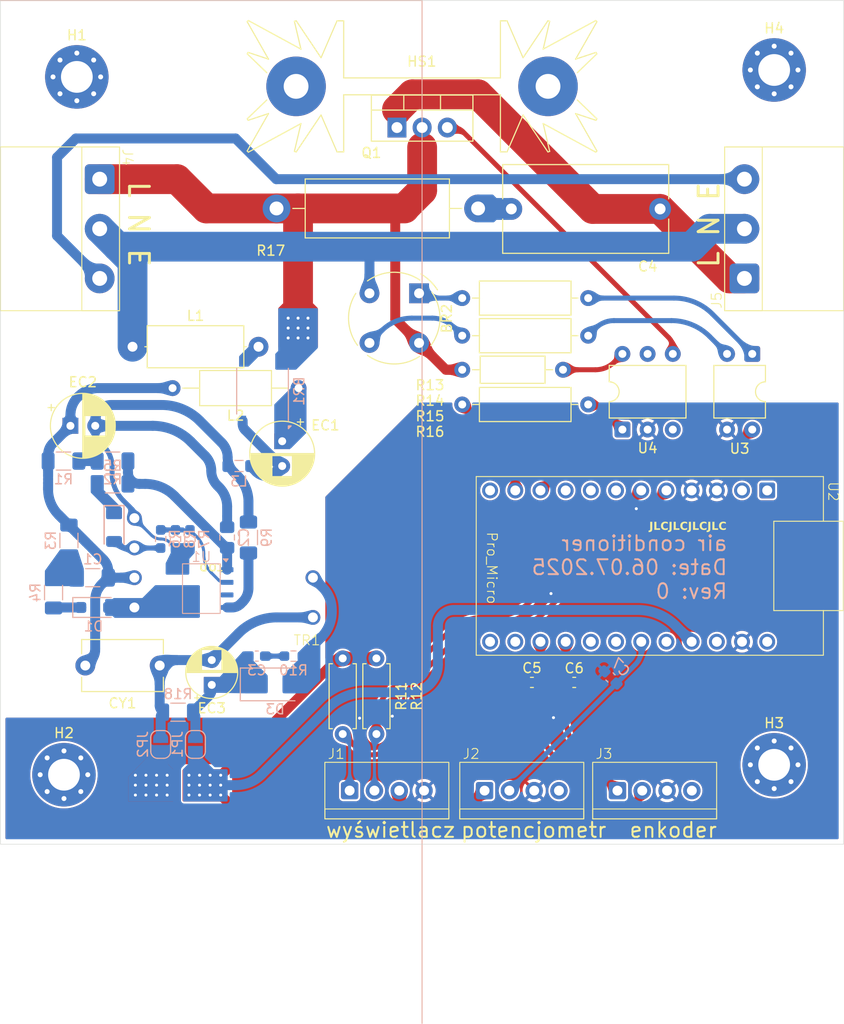
<source format=kicad_pcb>
(kicad_pcb (version 20241229) (generator "pcbnew") (generator_version "9.0")
  (title_block (title "air conditioner board") (date "2025-08-03") (rev "1.0"))
  (layers (0 "F.Cu" signal) (2 "B.Cu" signal) (13 "F.Paste" user) (15 "B.Paste" user) (5 "F.SilkS" user "F.Silkscreen") (7 "B.SilkS" user "B.Silkscreen") (1 "F.Mask" user) (3 "B.Mask" user) (25 "Edge.Cuts" user))
  (net 0 "")
  (net 1 "/power/TR1 prim2")
  (net 2 "Net-(U1-VDD)")
  (net 3 "GNDPWR")
  (net 4 "Net-(C3-Pad2)")
  (net 5 "+5V")
  (net 6 "Net-(C4-Pad1)")
  (net 7 "/output/sterowane wyjście")
  (net 8 "GND")
  (net 9 "/power/TR1 prim1")
  (net 10 "Net-(D1-K)")
  (net 11 "Net-(D2-Pad1)")
  (net 12 "/power/TR1 prim3")
  (net 13 "/power/TR1 sec1")
  (net 14 "NEUTRAL")
  (net 15 "~230VAC")
  (net 16 "/MCU/SDA")
  (net 17 "/MCU/SCL")
  (net 19 "/MCU/potencjometr")
  (net 21 "/MCU/enkoder B")
  (net 22 "/MCU/enkoder A")
  (net 23 "/output/protection")
  (net 24 "Net-(Q1-G)")
  (net 25 "Net-(R1-Pad2)")
  (net 26 "/power/FB")
  (net 27 "/power/CS")
  (net 28 "Net-(R13-Pad2)")
  (net 29 "Net-(R14-Pad2)")
  (net 30 "Net-(R15-Pad2)")
  (net 31 "/MCU/triac")
  (net 32 "Net-(R16-Pad1)")
  (net 35 "/MCU/sine sinq")
  (net 50 "Net-(BR1-+)")
  (net 51 "Net-(BR1--)")
  (net 52 "Net-(BR1-Pad3)")
  (net 53 "Net-(BR2--)")
  (net 54 "Net-(BR2-+)")
  (net 55 "Net-(C1-Pad2)")
  (net 56 "Net-(D3-K)")
  (net 57 "/power/TR1 sec2")
  (footprint "MountingHole:MountingHole_3.2mm_M3_Pad_Via" (layer "F.Cu") (at 56.4 128)
    (property "Reference" "H2")
    (property "Value" "MountingHole")
  )
  (footprint "Diode_THT:Diode_Bridge_Round_D9.0mm" (layer "F.Cu") (at 92.2 79.5 -90)
    (property "Reference" "BR2")
    (property "Value" "B250R")
  )
  (footprint "Package_TO_SOT_THT:TO-220-3_Vertical" (layer "F.Cu") (at 89.97 62.8)
    (property "Reference" "Q1")
    (property "Value" "BTA16-600BW")
  )
  (footprint "PCM_JLCPCB:Part_Num_JLCPCB" (layer "F.Cu") (at 119.2125 103)
    (property "Reference" "PN1" (hide yes))
    (property "Value" "~" (hide yes))
  )
  (footprint "Connector_JOINT_TECH:JT-Socket_1x4_P2.5mm_Vertical" (layer "F.Cu") (at 115.95 129.6)
    (property "Reference" "J3")
    (property "Value" "~")
  )
  (footprint "MountingHole:MountingHole_3.2mm_M3_Pad_Via" (layer "F.Cu") (at 57.697056 57.697056)
    (property "Reference" "H1")
    (property "Value" "MountingHole")
  )
  (footprint "Capacitor_THT:CP_Radial_D5.0mm_P2.50mm" (layer "F.Cu") (at 71.3 118.95 90)
    (property "Reference" "EC3")
    (property "Value" "270")
  )
  (footprint "Dev_Kits:Pro_Micro" (layer "F.Cu") (at 132.963 97.963 -90)
    (property "Reference" "U2")
    (property "Value" "~")
  )
  (footprint "Capacitor_THT:C_Disc_D8.0mm_W5.0mm_P7.50mm" (layer "F.Cu") (at 58.55 117)
    (property "Reference" "CY1")
    (property "Value" "102mF")
  )
  (footprint "Resistor_THT:R_Axial_DIN0309_L9.0mm_D3.2mm_P12.70mm_Horizontal" (layer "F.Cu") (at 96.55 83.77)
    (property "Reference" "R14")
    (property "Value" "47kΩ")
  )
  (footprint "Connector_JOINT_TECH:JT-Socket_1x4_P2.5mm_Vertical" (layer "F.Cu") (at 88.95 129.6)
    (property "Reference" "J1")
    (property "Value" "~")
  )
  (footprint "Inductor_THT:L_Axial_L9.5mm_D4.0mm_P12.70mm_Horizontal_Fastron_SMCC" (layer "F.Cu") (at 63.3125 84.8825)
    (property "Reference" "L1")
    (property "Value" "L")
  )
  (footprint "Connector_JOINT_TECH:TBG-5.0-KW-3P" (layer "F.Cu") (at 125 73 90)
    (property "Reference" "J5")
    (property "Value" "~")
  )
  (footprint "Resistor_THT:R_Axial_DIN0614_L14.3mm_D5.7mm_P20.32mm_Horizontal" (layer "F.Cu") (at 77.83 70.95)
    (property "Reference" "R17")
    (property "Value" "38Ω")
  )
  (footprint "Inductor_THT:L_Axial_L7.0mm_D3.3mm_P12.70mm_Horizontal_Fastron_MICC" (layer "F.Cu") (at 80.05 89.05 180)
    (property "Reference" "L2")
    (property "Value" "10mH")
  )
  (footprint "Resistor_THT:R_Axial_DIN0207_L6.3mm_D2.5mm_P10.16mm_Horizontal" (layer "F.Cu") (at 106.71 87.2 180)
    (property "Reference" "R16")
    (property "Value" "330Ω")
  )
  (footprint "Capacitor_THT:C_Rect_L16.5mm_W8.7mm_P15.00mm_MKT" (layer "F.Cu") (at 101.5 71)
    (property "Reference" "C4")
    (property "Value" "10nF")
  )
  (footprint "Resistor_THT:R_Axial_DIN0207_L6.3mm_D2.5mm_P7.62mm_Horizontal" (layer "F.Cu") (at 84.5 123.9 90)
    (property "Reference" "R11")
    (property "Value" "10kΩ")
  )
  (footprint "MountingHole:MountingHole_3.2mm_M3_Pad_Via" (layer "F.Cu") (at 128 127)
    (property "Reference" "H3")
    (property "Value" "MountingHole")
  )
  (footprint "MountingHole:MountingHole_3.2mm_M3_Pad_Via" (layer "F.Cu") (at 128 57)
    (property "Reference" "H4")
    (property "Value" "MountingHole")
  )
  (footprint "Library:unknown transformer" (layer "F.Cu") (at 72.5 106.65 180)
    (property "Reference" "TR1")
    (property "Value" "TRANSF3")
  )
  (footprint "Resistor_THT:R_Axial_DIN0207_L6.3mm_D2.5mm_P7.62mm_Horizontal" (layer "F.Cu") (at 87.9 116.28 -90)
    (property "Reference" "R12")
    (property "Value" "10kΩ")
  )
  (footprint "Package_DIP:DIP-4_W7.62mm" (layer "F.Cu") (at 125.79 85.605 -90)
    (property "Reference" "U3")
    (property "Value" "EL817")
  )
  (footprint "Capacitor_SMD:C_0603_1608Metric_Pad1.08x0.95mm_HandSolder" (layer "F.Cu") (at 107.8425 118.7)
    (property "Reference" "C6")
    (property "Value" "100nF")
  )
  (footprint "Capacitor_THT:CP_Radial_D6.3mm_P2.50mm" (layer "F.Cu") (at 78.4 94.4 -90)
    (property "Reference" "EC1")
    (property "Value" "4.7uF")
  )
  (footprint "Resistor_THT:R_Axial_DIN0309_L9.0mm_D3.2mm_P12.70mm_Horizontal" (layer "F.Cu") (at 96.55 79.98)
    (property "Reference" "R13")
    (property "Value" "47kΩ")
  )
  (footprint "Heatsink:Heatsink_Fischer_SK104-STC-STIC_35x13mm_2xDrill2.5mm" (layer "F.Cu") (at 92.5 58.65)
    (property "Reference" "HS1")
    (property "Value" "Heatsink")
  )
  (footprint "Capacitor_THT:CP_Radial_D6.3mm_P2.50mm" (layer "F.Cu") (at 57.05 92.85)
    (property "Reference" "EC2")
    (property "Value" "4.7uF")
  )
  (footprint "Package_DIP:DIP-6_W7.62mm" (layer "F.Cu") (at 112.7 93.225 90)
    (property "Reference" "U4")
    (property "Value" "MOC3021M")
  )
  (footprint "Resistor_THT:R_Axial_DIN0309_L9.0mm_D3.2mm_P12.70mm_Horizontal" (layer "F.Cu") (at 96.55 90.7)
    (property "Reference" "R15")
    (property "Value" "220Ω")
  )
  (footprint "Capacitor_SMD:C_0603_1608Metric_Pad1.08x0.95mm_HandSolder" (layer "F.Cu") (at 103.5775 118.7 180)
    (property "Reference" "C5")
    (property "Value" "100nF")
  )
  (footprint "Connector_JOINT_TECH:JT-Socket_1x4_P2.5mm_Vertical" (layer "F.Cu") (at 102.554 129.6)
    (property "Reference" "J2")
    (property "Value" "~")
  )
  (footprint "Connector_JOINT_TECH:TBG-5.0-KW-3P" (layer "F.Cu") (at 60 73 -90)
    (property "Reference" "J4")
    (property "Value" "~")
  )
  (footprint "Resistor_SMD:R_0603_1608Metric_Pad0.98x0.95mm_HandSolder" (layer "B.Cu") (at 69.1 104.25 90)
    (property "Reference" "R7")
    (property "Value" "2G3Ω")
  )
  (footprint "Jumper:SolderJumper-2_P1.3mm_Open_RoundedPad1.0x1.5mm" (layer "B.Cu") (at 66.15 124.95 -90)
    (property "Reference" "JP2")
    (property "Value" "GND")
  )
  (footprint "Resistor_SMD:R_1206_3216Metric_Pad1.30x1.75mm_HandSolder" (layer "B.Cu") (at 56.35 96.4)
    (property "Reference" "R1")
    (property "Value" "2M2Ω")
  )
  (footprint "Capacitor_SMD:C_0603_1608Metric_Pad1.08x0.95mm_HandSolder" (layer "B.Cu") (at 75.8375 116.05)
    (property "Reference" "C3")
    (property "Value" "C")
  )
  (footprint "Capacitor_SMD:C_0805_2012Metric_Pad1.18x1.45mm_HandSolder" (layer "B.Cu") (at 72.85 104.1 90)
    (property "Reference" "C2")
    (property "Value" "C")
  )
  (footprint "Jumper:SolderJumper-2_P1.3mm_Open_RoundedPad1.0x1.5mm" (layer "B.Cu") (at 69.65 124.95 -90)
    (property "Reference" "JP1")
    (property "Value" "+5V")
  )
  (footprint "Resistor_SMD:R_1206_3216Metric_Pad1.30x1.75mm_HandSolder" (layer "B.Cu") (at 61.3 96.4)
    (property "Reference" "R2")
    (property "Value" "2M2Ω")
  )
  (footprint "Capacitor_SMD:C_0603_1608Metric_Pad1.08x0.95mm_HandSolder" (layer "B.Cu") (at 111.5 118.2 135)
    (property "Reference" "C7")
    (property "Value" "100nF")
  )
  (footprint "Diode_SMD:D_SMA" (layer "B.Cu") (at 77.6875 118.9)
    (property "Reference" "D3")
    (property "Value" "SS34")
  )
  (footprint "Resistor_SMD:R_1206_3216Metric_Pad1.30x1.75mm_HandSolder" (layer "B.Cu") (at 61.3 98.7 180)
    (property "Reference" "R5")
    (property "Value" "4.7Ω")
  )
  (footprint "Inductor_SMD:L_0805_2012Metric_Pad1.05x1.20mm_HandSolder" (layer "B.Cu") (at 74.05 96.9)
    (property "Reference" "L3")
    (property "Value" "L")
  )
  (footprint "Diode_SMD:Diode_Bridge_Diotec_ABS" (layer "B.Cu") (at 76.4125 89.3575 90)
    (property "Reference" "BR1")
    (property "Value" "ABS10")
  )
  (footprint "Resistor_SMD:R_1206_3216Metric_Pad1.30x1.75mm_HandSolder" (layer "B.Cu") (at 56.9 104.4 -90)
    (property "Reference" "R3")
    (property "Value" "300kΩ")
  )
  (footprint "Resistor_SMD:R_1206_3216Metric_Pad1.30x1.75mm_HandSolder" (layer "B.Cu") (at 75 104.1 90)
    (property "Reference" "R9")
    (property "Value" "1.4Ω")
  )
  (footprint "PCM_JLCPCB:D_SOD-123FL" (layer "B.Cu") (at 61.45 103.1 -90)
    (property "Reference" "D2" (hide yes))
    (property "Value" "FR107W")
  )
  (footprint "Resistor_SMD:R_1206_3216Metric_Pad1.30x1.75mm_HandSolder" (layer "B.Cu") (at 55.35 109.65 -90)
    (property "Reference" "R4")
    (property "Value" "200Ω")
  )
  (footprint "Resistor_SMD:R_0603_1608Metric_Pad0.98x0.95mm_HandSolder" (layer "B.Cu") (at 79.5375 116.05)
    (property "Reference" "R10")
    (property "Value" "10Ω")
  )
  (footprint "Resistor_SMD:R_1206_3216Metric" (layer "B.Cu") (at 67.9 121.7 180)
    (property "Reference" "R18")
    (property "Value" "1kΩ")
  )
  (footprint "Capacitor_SMD:C_1206_3216Metric_Pad1.33x1.80mm_HandSolder" (layer "B.Cu") (at 59.3 108.15 180)
    (property "Reference" "C1")
    (property "Value" "C")
  )
  (footprint "Resistor_SMD:R_0603_1608Metric_Pad0.98x0.95mm_HandSolder" (layer "B.Cu") (at 66.15 104.25 90)
    (property "Reference" "R6")
    (property "Value" "29Ω")
  )
  (footprint "Resistor_SMD:R_0603_1608Metric_Pad0.98x0.95mm_HandSolder" (layer "B.Cu") (at 67.64 104.25 90)
    (property "Reference" "R8")
    (property "Value" "R")
  )
  (footprint "sop-7-1.270mm:sop-7-1.270mm" (layer "B.Cu") (at 70.25 109.25 -90)
    (property "Reference" "U1")
    (property "Value" "DP1801B")
  )
  (footprint "Diode_SMD:D_SOD-123F" (layer "B.Cu") (at 59.5 111.15)
    (property "Reference" "D1")
    (property "Value" "1N4007")
  )
  (gr_line (start 92.5 50) (end 92.5 153.05) (stroke (width 0.1)) (layer "B.SilkS"))
  (gr_line (start 50 50) (end 92.5 50) (stroke (width 0.1)) (layer "B.SilkS"))
  (gr_rect (start 50 50) (end 135 135) (stroke (width 0.05)) (fill no) (layer "Edge.Cuts"))
  (gr_text "enkoder" (at 113.3 134.45 0) (layer "F.SilkS") (effects (font (size 1.5 1.5) (thickness 0.2)) (justify left bottom)))
  (gr_text "L N E" (at 122.6 77.1 90) (layer "F.SilkS") (effects (font (size 2 2) (thickness 0.3)) (justify left bottom)))
  (gr_text "wyświetlacz" (at 82.7 134.45 0) (layer "F.SilkS") (effects (font (size 1.5 1.5) (thickness 0.2)) (justify left bottom)))
  (gr_text "L N E" (at 62.75 68.05 270) (layer "F.SilkS") (effects (font (size 2 2) (thickness 0.3)) (justify left bottom)))
  (gr_text "potencjometr" (at 96.3 134.45 0) (layer "F.SilkS") (effects (font (size 1.5 1.5) (thickness 0.2)) (justify left bottom)))
  (gr_text "air conditioner\nDate: 06.07.2025\nRev: 0" (at 123.4 110.4 0) (layer "B.SilkS") (effects (font (size 1.5 1.5) (thickness 0.2)) (justify left bottom mirror)))
  (segment (start 60.053801 106.003801) (end 60.204332 106.154332) (width 1) (layer "B.Cu") (net 1))
  (segment (start 59.648465 105.598465) (end 59.63396 105.58396) (width 1) (layer "B.Cu") (net 1))
  (segment (start 54.8 95.770312) (end 54.8 95.75) (width 1) (layer "B.Cu") (net 1))
  (segment (start 57.045664 102.995664) (end 57.158607 103.108607) (width 1) (layer "B.Cu") (net 1))
  (segment (start 59.251886 105.201886) (end 59.442923 105.392923) (width 1) (layer "B.Cu") (net 1))
  (segment (start 58.166154 104.116154) (end 58.305188 104.255188) (width 1) (layer "B.Cu") (net 1))
  (segment (start 54.8 95.83125) (end 54.8 95.9125) (width 1) (layer "B.Cu") (net 1))
  (segment (start 54.8 97.05) (end 54.8 97.17562) (width 1) (layer "B.Cu") (net 1))
  (segment (start 59.05 116.5) (end 58.55 117) (width 1) (layer "B.Cu") (net 1))
  (segment (start 56.54198 102.49198) (end 56.605659 102.555659) (width 1) (layer "B.Cu") (net 1))
  (segment (start 60.259344 106.209344) (end 60.204332 106.154332) (width 1) (layer "B.Cu") (net 1))
  (segment (start 56.003449 101.953449) (end 56.0903 102.0403) (width 1) (layer "B.Cu") (net 1))
  (segment (start 57.005157 102.955157) (end 57.045664 102.995664) (width 1) (layer "B.Cu") (net 1))
  (segment (start 56.605659 102.555659) (end 56.669338 102.619338) (width 1) (layer "B.Cu") (net 1))
  (segment (start 54.8 96.075) (end 54.8 96.15625) (width 1) (layer "B.Cu") (net 1))
  (segment (start 54.8 97.17562) (end 54.8 97.249379) (width 1) (layer "B.Cu") (net 1))
  (segment (start 57.05 92.85) (end 55.259619 94.64038) (width 1) (layer "B.Cu") (net 1))
  (segment (start 54.8 96.298437) (end 54.8 96.4) (width 1) (layer "B.Cu") (net 1))
  (segment (start 54.8 97.374999) (end 54.8 97.55248) (width 1) (layer "B.Cu") (net 1))
  (segment (start 55.948437 101.898437) (end 56.003449 101.953449) (width 1) (layer "B.Cu") (net 1))
  (segment (start 56.96465 102.91465) (end 57.005157 102.955157) (width 1) (layer "B.Cu") (net 1))
  (segment (start 54.8 97.55248) (end 54.8 97.729961) (width 1) (layer "B.Cu") (net 1))
  (segment (start 56.243749 102.193749) (end 56.177151 102.127151) (width 1) (layer "B.Cu") (net 1))
  (segment (start 58.629511 104.579511) (end 58.861055 104.811055) (width 1) (layer "B.Cu") (net 1))
  (segment (start 59.55 115.292893) (end 59.55 110.390577) (width 1) (layer "B.Cu") (net 1))
  (segment (start 59.442923 105.392923) (end 59.63396 105.58396) (width 1) (layer "B.Cu") (net 1))
  (segment (start 59.251886 105.201886) (end 58.861055 104.811055) (width 1) (layer "B.Cu") (net 1))
  (segment (start 57.810139 89.93986) (end 57.875 89.875) (width 1) (layer "B.Cu") (net 1))
  (segment (start 54.8 97.323138) (end 54.8 97.374999) (width 1) (layer "B.Cu") (net 1))
  (segment (start 58.444222 104.394222) (end 58.583256 104.533256) (width 1) (layer "B.Cu") (net 1))
  (segment (start 59.648465 105.598465) (end 59.868512 105.818512) (width 1) (layer "B.Cu") (net 1))
  (segment (start 54.8 97.729961) (end 54.8 97.886117) (width 1) (layer "B.Cu") (net 1))
  (segment (start 61.53125 108.15) (end 63.5 108.15) (width 1) (layer "B.Cu") (net 1))
  (segment (start 54.8 96.725) (end 54.8 97.05) (width 1) (layer "B.Cu") (net 1))
  (segment (start 54.8 95.770312) (end 54.8 95.810937) (width 1) (layer "B.Cu") (net 1))
  (segment (start 54.8 98.232442) (end 54.8 98.578767) (width 1) (layer "B.Cu") (net 1))
  (segment (start 60.206249 108.806249) (end 60.389622 108.622877) (width 1) (layer "B.Cu") (net 1))
  (segment (start 54.8 99.265075) (end 54.8 99.207882) (width 1) (layer "B.Cu") (net 1))
  (segment (start 57.691391 103.641391) (end 58.166154 104.116154) (width 1) (layer "B.Cu") (net 1))
  (segment (start 57.158607 103.108607) (end 57.424999 103.374999) (width 1) (layer "B.Cu") (net 1))
  (segment (start 56.243749 102.193749) (end 56.463796 102.413796) (width 1) (layer "B.Cu") (net 1))
  (segment (start 54.8 96.4) (end 54.8 96.725) (width 1) (layer "B.Cu") (net 1))
  (segment (start 56.54198 102.49198) (end 56.463796 102.413796) (width 1) (layer "B.Cu") (net 1))
  (segment (start 54.8 97.886117) (end 54.8 98.232442) (width 1) (layer "B.Cu") (net 1))
  (segment (start 55.882812 101.832812) (end 55.948437 101.898437) (width 1) (layer "B.Cu") (net 1))
  (segment (start 58.305188 104.255188) (end 58.444222 104.394222) (width 1) (layer "B.Cu") (net 1))
  (segment (start 60.346196 106.296196) (end 60.389622 106.339622) (width 1) (layer "B.Cu") (net 1))
  (segment (start 55.882812 101.832812) (end 55.85 101.8) (width 1) (layer "B.Cu") (net 1))
  (segment (start 58.583256 104.533256) (end 58.629511 104.579511) (width 1) (layer "B.Cu") (net 1))
  (segment (start 60.259344 106.209344) (end 60.346196 106.296196) (width 1) (layer "B.Cu") (net 1))
  (segment (start 54.8 97.249379) (end 54.8 97.323138) (width 1) (layer "B.Cu") (net 1))
  (segment (start 54.8 96.176562) (end 54.8 96.15625) (width 1) (layer "B.Cu") (net 1))
  (segment (start 54.8 98.836925) (end 54.8 99.006916) (width 1) (layer "B.Cu") (net 1))
  (segment (start 56.669338 102.619338) (end 56.96465 102.91465) (width 1) (layer "B.Cu") (net 1))
  (segment (start 54.8 95.9125) (end 54.8 95.99375) (width 1) (layer "B.Cu") (net 1))
  (segment (start 59.866726 89.05) (end 67.35 89.05) (width 1) (layer "B.Cu") (net 1))
  (segment (start 54.8 96.176562) (end 54.8 96.298437) (width 1) (layer "B.Cu") (net 1))
  (segment (start 54.8 95.810937) (end 54.8 95.83125) (width 1) (layer "B.Cu") (net 1))
  (segment (start 54.8 98.666934) (end 54.8 98.836925) (width 1) (layer "B.Cu") (net 1))
  (segment (start 54.8 98.578767) (end 54.8 98.666934) (width 1) (layer "B.Cu") (net 1))
  (segment (start 59.90327 105.85327) (end 60.053801 106.003801) (width 1) (layer "B.Cu") (net 1))
  (segment (start 54.8 99.093497) (end 54.8 99.207882) (width 1) (layer "B.Cu") (net 1))
  (segment (start 59.868512 105.818512) (end 59.90327 105.85327) (width 1) (layer "B.Cu") (net 1))
  (segment (start 56.0903 102.0403) (end 56.177151 102.127151) (width 1) (layer "B.Cu") (net 1))
  (segment (start 57.424999 103.374999) (end 57.691391 103.641391) (width 1) (layer "B.Cu") (net 1))
  (segment (start 54.8 99.006916) (end 54.8 99.093497) (width 1) (layer "B.Cu") (net 1))
  (segment (start 57.05 91.775) (end 57.05 92.85) (width 1) (layer "B.Cu") (net 1))
  (segment (start 54.8 95.99375) (end 54.8 96.075) (width 1) (layer "B.Cu") (net 1))
  (arc (start 60.8625 107.48125) (mid 60.739603 106.863405) (end 60.389622 106.339622) (width 1) (layer "B.Cu") (net 1))
  (arc (start 60.8625 107.48125) (mid 60.739603 108.099094) (end 60.389622 108.622877) (width 1) (layer "B.Cu") (net 1))
  (arc (start 54.8 95.75) (mid 54.919451 95.149478) (end 55.259619 94.64038) (width 1) (layer "B.Cu") (net 1))
  (arc (start 59.55 115.292893) (mid 59.420054 115.946174) (end 59.05 116.5) (width 1) (layer "B.Cu") (net 1))
  (arc (start 54.8 99.265075) (mid 55.072886 100.636966) (end 55.85 101.8) (width 1) (layer "B.Cu") (net 1))
  (arc (start 60.206249 108.806249) (mid 59.720553 109.533145) (end 59.55 110.390577) (width 1) (layer "B.Cu") (net 1))
  (arc (start 57.05 91.775) (mid 57.247553 90.781829) (end 57.810139 89.93986) (width 1) (layer "B.Cu") (net 1))
  (arc (start 61.53125 108.15) (mid 60.913405 108.272896) (end 60.389622 108.622877) (width 1) (layer "B.Cu") (net 1))
  (arc (start 60.8625 107.48125) (mid 61.058372 107.954127) (end 61.53125 108.15) (width 1) (layer "B.Cu") (net 1))
  (arc (start 59.866726 89.05) (mid 58.788811 89.26441) (end 57.875 89.875) (width 1) (layer "B.Cu") (net 1))
  (segment (start 72.85 105.182172) (end 72.85 107.345) (width 1) (layer "B.Cu") (net 2))
  (segment (start 62.85 97.55) (end 62.85 96.4) (width 1) (layer "B.Cu") (net 2))
  (segment (start 64 98.7) (end 64.586578 98.7) (width 1) (layer "B.Cu") (net 2))
  (segment (start 67.551102 99.927946) (end 72.729068 105.105912) (width 1) (layer "B.Cu") (net 2))
  (arc (start 67.551102 99.927946) (mid 66.190966 99.019132) (end 64.586578 98.7) (width 1) (layer "B.Cu") (net 2))
  (arc (start 64 98.7) (mid 63.186827 98.363172) (end 62.85 97.55) (width 1) (layer "B.Cu") (net 2))
  (arc (start 72.729068 105.105912) (mid 72.764056 105.12929) (end 72.805328 105.1375) (width 1) (layer "B.Cu") (net 2))
  (arc (start 72.805328 105.1375) (mid 72.836915 105.150584) (end 72.85 105.182172) (width 1) (layer "B.Cu") (net 2))
  (segment (start 69.193792 94.443792) (end 70.631281 95.881281) (width 1) (layer "B.Cu") (net 3))
  (segment (start 73.518718 97.518718) (end 73.95 97.95) (width 1) (layer "B.Cu") (net 3))
  (segment (start 59.55 93.425) (end 59.55 92.275) (width 0.5) (layer "B.Cu") (net 3))
  (segment (start 62.375 100.375) (end 63.27019 101.27019) (width 0.5) (layer "B.Cu") (net 3))
  (segment (start 60.4 94.9) (end 59.974264 94.474264) (width 0.5) (layer "B.Cu") (net 3))
  (segment (start 60.125 92.85) (end 65.346036 92.85) (width 1) (layer "B.Cu") (net 3))
  (segment (start 72.85 100.98137) (end 72.85 103.0625) (width 1) (layer "B.Cu") (net 3))
  (segment (start 67.126131 104.648631) (end 67.64 105.1625) (width 0.3) (layer "B.Cu") (net 3))
  (segment (start 59.55 93.425) (end 59.55 93.45) (width 0.5) (layer "B.Cu") (net 3))
  (segment (start 63.5 101.9875) (end 63.5 101.825) (width 0.5) (layer "B.Cu") (net 3))
  (segment (start 75 100.484924) (end 75 102.55) (width 1) (layer "B.Cu") (net 3))
  (segment (start 71.868718 98.868718) (end 72.05 99.05) (width 1) (layer "B.Cu") (net 3))
  (segment (start 61.25 97.659009) (end 61.25 96.952081) (width 0.5) (layer "B.Cu") (net 3))
  (segment (start 66.246036 90.75) (end 61.171751 90.75) (width 1) (layer "B.Cu") (net 3))
  (segment (start 70.093792 92.343792) (end 72.281281 94.531281) (width 1) (layer "B.Cu") (net 3))
  (segment (start 63.614904 102.264904) (end 65.201368 103.851368) (width 0.3) (layer "B.Cu") (net 3))
  (segment (start 59.956586 91.293413) (end 60.024999 91.224999) (width 1) (layer "B.Cu") (net 3))
  (arc (start 73.95 97.95) (mid 74.727113 99.113033) (end 75 100.484924) (width 1) (layer "B.Cu") (net 3))
  (arc (start 73.518718 97.518718) (mid 73.060799 96.833394) (end 72.9 96.025) (width 1) (layer "B.Cu") (net 3))
  (arc (start 59.55 93.45) (mid 59.660262 94.004327) (end 59.974264 94.474264) (width 0.5) (layer "B.Cu") (net 3))
  (arc (start 61.25 97.659009) (mid 61.542377 99.128892) (end 62.375 100.375) (width 0.5) (layer "B.Cu") (net 3))
  (arc (start 59.55 93.425) (mid 59.718413 93.018413) (end 60.125 92.85) (width 1) (layer "B.Cu") (net 3))
  (arc (start 72.281281 94.531281) (mid 72.7392 95.216605) (end 72.9 96.025) (width 1) (layer "B.Cu") (net 3))
  (arc (start 66.16375 104.25) (mid 65.642912 104.146398) (end 65.201368 103.851368) (width 0.3) (layer "B.Cu") (net 3))
  (arc (start 66.16375 104.25) (mid 66.684586 104.3536) (end 67.126131 104.648631) (width 0.3) (layer "B.Cu") (net 3))
  (arc (start 60.125 92.85) (mid 59.718413 92.681586) (end 59.55 92.275) (width 1) (layer "B.Cu") (net 3))
  (arc (start 71.868718 98.868718) (mid 71.410799 98.183394) (end 71.25 97.375) (width 1) (layer "B.Cu") (net 3))
  (arc (start 61.171751 90.75) (mid 60.551133 90.873448) (end 60.024999 91.224999) (width 1) (layer "B.Cu") (net 3))
  (arc (start 70.631281 95.881281) (mid 71.0892 96.566605) (end 71.25 97.375) (width 1) (layer "B.Cu") (net 3))
  (arc (start 63.614904 102.264904) (mid 63.529862 102.13763) (end 63.5 101.9875) (width 0.5) (layer "B.Cu") (net 3))
  (arc (start 60.4 94.9) (mid 61.029092 95.841502) (end 61.25 96.952081) (width 0.5) (layer "B.Cu") (net 3))
  (arc (start 72.85 100.98137) (mid 72.642086 99.93612) (end 72.05 99.05) (width 1) (layer "B.Cu") (net 3))
  (arc (start 66.246036 90.75) (mid 68.328426 91.164213) (end 70.093792 92.343792) (width 1) (layer "B.Cu") (net 3))
  (arc (start 59.956586 91.293413) (mid 59.655668 91.743769) (end 59.55 92.275) (width 1) (layer "B.Cu") (net 3))
  (arc (start 63.27019 101.27019) (mid 63.440274 101.524739) (end 63.5 101.825) (width 0.5) (layer "B.Cu") (net 3))
  (arc (start 65.346036 92.85) (mid 67.428426 93.264213) (end 69.193792 94.443792) (width 1) (layer "B.Cu") (net 3))
  (segment (start 78.625 116.05) (end 76.7 116.05) (width 0.5) (layer "B.Cu") (net 4))
  (segment (start 90.202828 132.2) (end 94.365522 132.2) (width 1) (layer "F.Cu") (net 5))
  (segment (start 84.98 116.28) (end 84.5 116.28) (width 1) (layer "F.Cu") (net 5))
  (segment (start 84.98 116.28) (end 87.9 116.28) (width 1) (layer "F.Cu") (net 5))
  (segment (start 90.197171 132.2) (end 90.204 132.193171) (width 1) (layer "F.Cu") (net 5))
  (segment (start 84.5 116.28) (end 84.26 116.28) (width 1) (layer "F.Cu") (net 5))
  (segment (start 72.225 128.05) (end 72.2 128.05) (width 1) (layer "F.Cu") (net 5))
  (segment (start 90.204 132.193171) (end 90.204 129.6) (width 1) (layer "F.Cu") (net 5))
  (segment (start 73.275 131.125) (end 72.2 130.05) (width 1) (layer "F.Cu") (net 5))
  (segment (start 90.197171 132.2) (end 75.870279 132.2) (width 1) (layer "F.Cu") (net 5))
  (segment (start 83.850294 116.449705) (end 72.267677 128.032322) (width 1) (layer "F.Cu") (net 5))
  (segment (start 97.504 130.9) (end 98.804 129.6) (width 1) (layer "F.Cu") (net 5))
  (segment (start 90.202828 132.2) (end 90.197171 132.2) (width 1) (layer "F.Cu") (net 5))
  (via (at 70.066667 128.05) (size 0.6) (drill 0.3) (layers "F.Cu" "B.Cu") (net 5))
  (via (at 72.2 128.05) (size 0.6) (drill 0.3) (layers "F.Cu" "B.Cu") (net 5))
  (via (at 69 128.05) (size 0.6) (drill 0.3) (layers "F.Cu" "B.Cu") (net 5))
  (via (at 69 130.05) (size 0.6) (drill 0.3) (layers "F.Cu" "B.Cu") (net 5))
  (via (at 70.066667 130.05) (size 0.6) (drill 0.3) (layers "F.Cu" "B.Cu") (net 5))
  (via (at 69 129.05) (size 0.6) (drill 0.3) (layers "F.Cu" "B.Cu") (net 5))
  (via (at 71.133333 128.05) (size 0.6) (drill 0.3) (layers "F.Cu" "B.Cu") (net 5))
  (via (at 72.2 130.05) (size 0.6) (drill 0.3) (layers "F.Cu" "B.Cu") (net 5))
  (via (at 72.2 129.05) (size 0.6) (drill 0.3) (layers "F.Cu" "B.Cu") (net 5))
  (via (at 70.066667 129.05) (size 0.6) (drill 0.3) (layers "F.Cu" "B.Cu") (net 5))
  (via (at 71.133333 129.05) (size 0.6) (drill 0.3) (layers "F.Cu" "B.Cu") (net 5))
  (via (at 71.133333 130.05) (size 0.6) (drill 0.3) (layers "F.Cu" "B.Cu") (net 5))
  (arc (start 90.197171 132.2) (mid 90.199784 132.19948) (end 90.202 132.198) (width 1) (layer "F.Cu") (net 5))
  (arc (start 72.225 128.05) (mid 72.248096 128.045405) (end 72.267677 128.032322) (width 1) (layer "F.Cu") (net 5))
  (arc (start 97.504 130.9) (mid 96.064054 131.862141) (end 94.365522 132.2) (width 1) (layer "F.Cu") (net 5))
  (arc (start 90.202 132.198) (mid 90.20348 132.195784) (end 90.204 132.193171) (width 1) (layer "F.Cu") (net 5))
  (arc (start 83.850294 116.449705) (mid 84.038268 116.324104) (end 84.26 116.28) (width 1) (layer "F.Cu") (net 5))
  (arc (start 73.275 131.125) (mid 74.465724 131.920616) (end 75.870279 132.2) (width 1) (layer "F.Cu") (net 5))
  (arc (start 90.202828 132.2) (mid 90.201745 132.199276) (end 90.202 132.198) (width 1) (layer "F.Cu") (net 5))
  (segment (start 94.1 113.021794) (end 94.1 116.883273) (width 1) (layer "B.Cu") (net 5))
  (segment (start 118.073792 112.993792) (end 119.68 114.6) (width 1) (layer "B.Cu") (net 5))
  (segment (start 73.725 129.05) (end 72.2 129.05) (width 1) (layer "B.Cu") (net 5))
  (segment (start 83.006207 121.293792) (end 76.328337 127.971662) (width 1) (layer "B.Cu") (net 5))
  (segment (start 95.721723 111.4) (end 114.226036 111.4) (width 1) (layer "B.Cu") (net 5))
  (segment (start 91.283273 119.7) (end 86.853963 119.7) (width 1) (layer "B.Cu") (net 5))
  (arc (start 94.575 111.875) (mid 94.223456 112.401138) (end 94.1 113.021794) (width 1) (layer "B.Cu") (net 5))
  (arc (start 118.073792 112.993792) (mid 116.308426 111.814213) (end 114.226036 111.4) (width 1) (layer "B.Cu") (net 5))
  (arc (start 93.275 118.875) (mid 93.885589 117.961188) (end 94.1 116.883273) (width 1) (layer "B.Cu") (net 5))
  (arc (start 83.006207 121.293792) (mid 84.771572 120.114213) (end 86.853963 119.7) (width 1) (layer "B.Cu") (net 5))
  (arc (start 91.283273 119.7) (mid 92.361188 119.485589) (end 93.275 118.875) (width 1) (layer "B.Cu") (net 5))
  (arc (start 94.575 111.875) (mid 95.101133 111.523443) (end 95.721723 111.4) (width 1) (layer "B.Cu") (net 5))
  (arc (start 73.725 129.05) (mid 75.133916 128.769749) (end 76.328337 127.971662) (width 1) (layer "B.Cu") (net 5))
  (segment (start 89.97 62.8) (end 89.97 61) (width 1) (layer "F.Cu") (net 7))
  (segment (start 123.5 78) (end 125 78) (width 3) (layer "F.Cu") (net 7))
  (segment (start 109.7 71) (end 116.5 71) (width 3) (layer "F.Cu") (net 7))
  (segment (start 89.97 61) (end 91.52 59.45) (width 3) (layer "F.Cu") (net 7))
  (segment (start 116.5 71) (end 123.5 78) (width 3) (layer "F.Cu") (net 7))
  (segment (start 91.52 59.45) (end 98.15 59.45) (width 3) (layer "F.Cu") (net 7))
  (segment (start 98.15 59.45) (end 109.7 71) (width 3) (layer "F.Cu") (net 7))
  (via (at 64.666667 129.05) (size 0.6) (drill 0.3) (layers "F.Cu" "B.Cu") (net 8))
  (via (at 105.5 109.75) (size 0.6) (drill 0.3) (layers "F.Cu" "B.Cu") (net 8))
  (via (at 63.6 130.05) (size 0.6) (drill 0.3) (layers "F.Cu" "B.Cu") (net 8))
  (via (at 64.666667 130.05) (size 0.6) (drill 0.3) (layers "F.Cu" "B.Cu") (net 8))
  (via (at 65.733333 128.05) (size 0.6) (drill 0.3) (layers "F.Cu" "B.Cu") (net 8))
  (via (at 89.5 122.1) (size 0.6) (drill 0.3) (layers "F.Cu" "B.Cu") (net 8))
  (via (at 64.666667 128.05) (size 0.6) (drill 0.3) (layers "F.Cu" "B.Cu") (net 8))
  (via (at 65.733333 130.05) (size 0.6) (drill 0.3) (layers "F.Cu" "B.Cu") (net 8))
  (via (at 66.8 129.05) (size 0.6) (drill 0.3) (layers "F.Cu" "B.Cu") (net 8))
  (via (at 65.733333 129.05) (size 0.6) (drill 0.3) (layers "F.Cu" "B.Cu") (net 8))
  (via (at 114.1 101.2) (size 0.6) (drill 0.3) (layers "F.Cu" "B.Cu") (net 8))
  (via (at 105.75 122.25) (size 0.6) (drill 0.3) (layers "F.Cu" "B.Cu") (net 8))
  (via (at 66.8 128.05) (size 0.6) (drill 0.3) (layers "F.Cu" "B.Cu") (net 8))
  (via (at 63.6 128.05) (size 0.6) (drill 0.3) (layers "F.Cu" "B.Cu") (net 8))
  (via (at 86.2 122.3) (size 0.6) (drill 0.3) (layers "F.Cu" "B.Cu") (net 8))
  (via (at 66.8 130.05) (size 0.6) (drill 0.3) (layers "F.Cu" "B.Cu") (net 8))
  (via (at 63.6 129.05) (size 0.6) (drill 0.3) (layers "F.Cu" "B.Cu") (net 8))
  (segment (start 55.435355 111.15) (end 58.15 111.15) (width 1) (layer "B.Cu") (net 10))
  (segment (start 55.375 111.175) (end 55.35 111.2) (width 1) (layer "B.Cu") (net 10))
  (arc (start 55.435355 111.15) (mid 55.402691 111.156497) (end 55.375 111.175) (width 1) (layer "B.Cu") (net 10))
  (segment (start 61.775 104.825) (end 61.45 104.5) (width 0.5) (layer "B.Cu") (net 12))
  (segment (start 63.521338 105.1625) (end 66.15 105.1625) (width 0.5) (layer "B.Cu") (net 12))
  (segment (start 63.491161 105.15) (end 62.559619 105.15) (width 0.5) (layer "B.Cu") (net 12))
  (arc (start 63.50625 105.15625) (mid 63.513172 105.160875) (end 63.521338 105.1625) (width 0.5) (layer "B.Cu") (net 12))
  (arc (start 63.491161 105.15) (mid 63.499327 105.151624) (end 63.50625 105.15625) (width 0.5) (layer "B.Cu") (net 12))
  (arc (start 61.775 104.825) (mid 62.134986 105.065535) (end 62.559619 105.15) (width 0.5) (layer "B.Cu") (net 12))
  (segment (start 83.4 111.393502) (end 83.4 111.575) (width 1) (layer "B.Cu") (net 13))
  (segment (start 82.321662 114.178337) (end 82.295252 114.178337) (width 1) (layer "B.Cu") (net 13))
  (segment (start 82.45 109.1) (end 81.5 108.15) (width 1) (layer "B.Cu") (net 13))
  (segment (start 80.45 116.02359) (end 80.45 116.05) (width 1) (layer "B.Cu") (net 13))
  (segment (start 80.468674 115.978505) (end 82.250168 114.197011) (width 1) (layer "B.Cu") (net 13))
  (arc (start 82.45 109.1) (mid 83.153103 110.152267) (end 83.4 111.393502) (width 1) (layer "B.Cu") (net 13))
  (arc (start 82.321662 114.178337) (mid 83.119749 112.983916) (end 83.4 111.575) (width 1) (layer "B.Cu") (net 13))
  (arc (start 80.468674 115.978505) (mid 80.454853 115.99919) (end 80.45 116.02359) (width 1) (layer "B.Cu") (net 13))
  (arc (start 82.250168 114.197011) (mid 82.270853 114.18319) (end 82.295252 114.178337) (width 1) (layer "B.Cu") (net 13))
  (segment (start 61.8 74.8) (end 60 73) (width 3) (layer "B.Cu") (net 14))
  (segment (start 63.3125 84.8825) (end 63.3125 76.3125) (width 3) (layer "B.Cu") (net 14))
  (segment (start 63.3125 76.3125) (end 61.8 74.8) (width 3) (layer "B.Cu") (net 14))
  (segment (start 87.2 74.9) (end 87.3 74.8) (width 1) (layer "B.Cu") (net 14))
  (segment (start 87.3 74.8) (end 61.8 74.8) (width 3) (layer "B.Cu") (net 14))
  (segment (start 125 73) (end 121.5 73) (width 3) (layer "B.Cu") (net 14))
  (segment (start 121.5 73) (end 119.7 74.8) (width 3) (layer "B.Cu") (net 14))
  (segment (start 119.7 74.8) (end 87.3 74.8) (width 3) (layer "B.Cu") (net 14))
  (segment (start 87.2 79.5) (end 87.2 74.9) (width 1) (layer "B.Cu") (net 14))
  (segment (start 90.75 70.95) (end 80 70.95) (width 3) (layer "F.Cu") (net 15))
  (segment (start 92.51 62.8) (end 92.51 64.8) (width 1) (layer "F.Cu") (net 15))
  (segment (start 80 70.95) (end 77.83 70.95) (width 3) (layer "F.Cu") (net 15))
  (segment (start 96.55 87.2) (end 94.9 87.2) (width 1) (layer "F.Cu") (net 15))
  (segment (start 92.51 69.14) (end 90.75 70.9) (width 3) (layer "F.Cu") (net 15))
  (segment (start 89.8 82.1) (end 89.8 71.9) (width 1) (layer "F.Cu") (net 15))
  (segment (start 89.8 71.9) (end 90.75 70.95) (width 1) (layer "F.Cu") (net 15))
  (segment (start 70.75 70.95) (end 77.83 70.95) (width 3) (layer "F.Cu") (net 15))
  (segment (start 94.9 87.2) (end 92.2 84.5) (width 1) (layer "F.Cu") (net 15))
  (segment (start 67.8 68) (end 70.75 70.95) (width 3) (layer "F.Cu") (net 15))
  (segment (start 60 68) (end 67.8 68) (width 3) (layer "F.Cu") (net 15))
  (segment (start 92.51 64.8) (end 92.51 69.14) (width 3) (layer "F.Cu") (net 15))
  (segment (start 90.75 70.9) (end 90.75 70.95) (width 1) (layer "F.Cu") (net 15))
  (segment (start 80 82) (end 80 70.95) (width 3) (layer "F.Cu") (net 15))
  (segment (start 92.2 84.5) (end 89.8 82.1) (width 1) (layer "F.Cu") (net 15))
  (via (at 79 82) (size 0.6) (drill 0.3) (layers "F.Cu" "B.Cu") (net 15))
  (via (at 81 84) (size 0.6) (drill 0.3) (layers "F.Cu" "B.Cu") (net 15))
  (via (at 81 82) (size 0.6) (drill 0.3) (layers "F.Cu" "B.Cu") (net 15))
  (via (at 80 84) (size 0.6) (drill 0.3) (layers "F.Cu" "B.Cu") (net 15))
  (via (at 80 82) (size 0.6) (drill 0.3) (layers "F.Cu" "B.Cu") (net 15))
  (via (at 80 83) (size 0.6) (drill 0.3) (layers "F.Cu" "B.Cu") (net 15))
  (via (at 81 83) (size 0.6) (drill 0.3) (layers "F.Cu" "B.Cu") (net 15))
  (via (at 79 84) (size 0.6) (drill 0.3) (layers "F.Cu" "B.Cu") (net 15))
  (via (at 79 83) (size 0.6) (drill 0.3) (layers "F.Cu" "B.Cu") (net 15))
  (segment (start 90.5 121.844329) (end 90.5 122.415075) (width 0.5) (layer "F.Cu") (net 16))
  (segment (start 104.993792 111.506207) (end 117.14 99.36) (width 0.5) (layer "F.Cu") (net 16))
  (segment (start 95.594866 114.693792) (end 91.953578 118.33508) (width 0.5) (layer "F.Cu") (net 16))
  (segment (start 85.963603 125.363603) (end 84.5 123.9) (width 0.5) (layer "F.Cu") (net 16))
  (segment (start 89.036396 125.363603) (end 89.449999 124.949999) (width 0.5) (layer "F.Cu") (net 16))
  (segment (start 101.146036 113.1) (end 99.442622 113.1) (width 0.5) (layer "F.Cu") (net 16))
  (arc (start 101.146036 113.1) (mid 103.228426 112.685786) (end 104.993792 111.506207) (width 0.5) (layer "F.Cu") (net 16))
  (arc (start 91.953578 118.33508) (mid 90.877772 119.945137) (end 90.5 121.844329) (width 0.5) (layer "F.Cu") (net 16))
  (arc (start 85.963603 125.363603) (mid 86.668508 125.834605) (end 87.5 126) (width 0.5) (layer "F.Cu") (net 16))
  (arc (start 95.594866 114.693792) (mid 97.360231 113.514213) (end 99.442622 113.1) (width 0.5) (layer "F.Cu") (net 16))
  (arc (start 89.449999 124.949999) (mid 90.227113 123.786966) (end 90.5 122.415075) (width 0.5) (layer "F.Cu") (net 16))
  (arc (start 87.5 126) (mid 88.331491 125.834605) (end 89.036396 125.363603) (width 0.5) (layer "F.Cu") (net 16))
  (segment (start 85.2 125.094974) (end 85.2 129.6) (width 0.3) (layer "B.Cu") (net 16))
  (segment (start 84.85 124.25) (end 84.5 123.9) (width 0.3) (layer "B.Cu") (net 16))
  (arc (start 85.2 125.094974) (mid 85.109037 124.637677) (end 84.85 124.25) (width 0.3) (layer "B.Cu") (net 16))
  (segment (start 87.9 122.4) (end 87.9 123.9) (width 0.5) (layer "F.Cu") (net 17))
  (segment (start 88.96066 119.839339) (end 95.106207 113.693792) (width 0.5) (layer "F.Cu") (net 17))
  (segment (start 99.606036 112.1) (end 98.953963 112.1) (width 0.5) (layer "F.Cu") (net 17))
  (segment (start 103.453792 110.506207) (end 114.6 99.36) (width 0.5) (layer "F.Cu") (net 17))
  (arc (start 99.606036 112.1) (mid 101.688426 111.685786) (end 103.453792 110.506207) (width 0.5) (layer "F.Cu") (net 17))
  (arc (start 98.953963 112.1) (mid 96.871572 112.514213) (end 95.106207 113.693792) (width 0.5) (layer "F.Cu") (net 17))
  (arc (start 88.96066 119.839339) (mid 88.175656 121.01418) (end 87.9 122.4) (width 0.5) (layer "F.Cu") (net 17))
  (segment (start 87.8 124) (end 87.9 123.9) (width 0.3) (layer "B.Cu") (net 17))
  (segment (start 87.7 124.241421) (end 87.7 129.6) (width 0.3) (layer "B.Cu") (net 17))
  (arc (start 87.7 124.241421) (mid 87.725989 124.110764) (end 87.8 124) (width 0.3) (layer "B.Cu") (net 17))
  (segment (start 114.6 115.452) (end 114.6 114.6) (width 0.5) (layer "B.Cu") (net 19))
  (segment (start 113.997545 116.906454) (end 101.304 129.6) (width 0.5) (layer "B.Cu") (net 19))
  (arc (start 114.6 115.452) (mid 114.443427 116.239145) (end 113.997545 116.906454) (width 0.5) (layer "B.Cu") (net 19))
  (segment (start 112.15 131.2) (end 112.651471 131.2) (width 0.5) (layer "F.Cu") (net 21))
  (segment (start 106.033792 126.433792) (end 109.845405 130.245405) (width 0.5) (layer "F.Cu") (net 21))
  (segment (start 104.44 122.586036) (end 104.44 114.6) (width 0.5) (layer "F.Cu") (net 21))
  (segment (start 114.7 129.8) (end 114.7 129.6) (width 0.5) (layer "F.Cu") (net 21))
  (segment (start 114.558578 130.141421) (end 114.1 130.6) (width 0.5) (layer "F.Cu") (net 21))
  (arc (start 114.558578 130.141421) (mid 114.663245 129.984775) (end 114.7 129.8) (width 0.5) (layer "F.Cu") (net 21))
  (arc (start 112.15 131.2) (mid 110.902762 130.951908) (end 109.845405 130.245405) (width 0.5) (layer "F.Cu") (net 21))
  (arc (start 104.44 122.586036) (mid 104.854213 124.668426) (end 106.033792 126.433792) (width 0.5) (layer "F.Cu") (net 21))
  (arc (start 112.651471 131.2) (mid 113.435409 131.044065) (end 114.1 130.6) (width 0.5) (layer "F.Cu") (net 21))
  (segment (start 106.98 122.126036) (end 106.98 114.6) (width 0.5) (layer "F.Cu") (net 22))
  (segment (start 108.573792 125.973792) (end 112.2 129.6) (width 0.5) (layer "F.Cu") (net 22))
  (arc (start 106.98 122.126036) (mid 107.394213 124.208426) (end 108.573792 125.973792) (width 0.5) (layer "F.Cu") (net 22))
  (segment (start 55.7 65.8) (end 57.6 63.9) (width 1) (layer "B.Cu") (net 23))
  (segment (start 73.7 63.9) (end 77.8 68) (width 1) (layer "B.Cu") (net 23))
  (segment (start 60 78) (end 55.7 73.7) (width 1) (layer "B.Cu") (net 23))
  (segment (start 57.6 63.9) (end 73.7 63.9) (width 1) (layer "B.Cu") (net 23))
  (segment (start 55.7 73.7) (end 55.7 65.8) (width 1) (layer "B.Cu") (net 23))
  (segment (start 77.8 68) (end 125 68) (width 1) (layer "B.Cu") (net 23))
  (segment (start 117.78 84.9925) (end 117.78 85.605) (width 0.5) (layer "F.Cu") (net 24))
  (segment (start 95.625 62.8) (end 95.05 62.8) (width 0.5) (layer "F.Cu") (net 24))
  (segment (start 117.346897 83.946897) (end 96.606586 63.206586) (width 0.5) (layer "F.Cu") (net 24))
  (arc (start 117.346897 83.946897) (mid 117.66744 84.426623) (end 117.78 84.9925) (width 0.5) (layer "F.Cu") (net 24))
  (arc (start 96.606586 63.206586) (mid 96.15623 62.905668) (end 95.625 62.8) (width 0.5) (layer "F.Cu") (net 24))
  (segment (start 57.9 96.4) (end 59.75 96.4) (width 1) (layer "B.Cu") (net 25))
  (segment (start 66.161875 103.3375) (end 66.15 103.3375) (width 0.5) (layer "B.Cu") (net 26))
  (segment (start 67.036875 103.3375) (end 66.973125 103.3375) (width 0.5) (layer "B.Cu") (net 26))
  (segment (start 66.3875 103.3375) (end 66.34 103.3375) (width 0.5) (layer "B.Cu") (net 26))
  (segment (start 67.6875 103.3375) (end 67.97625 103.3375) (width 0.5) (layer "B.Cu") (net 26))
  (segment (start 72.5325 108.615) (end 72.85 108.615) (width 0.3) (layer "B.Cu") (net 26))
  (segment (start 70.5 105.727449) (end 70.5 105.818749) (width 0.3) (layer "B.Cu") (net 26))
  (segment (start 66.72 103.3375) (end 66.53 103.3375) (width 0.5) (layer "B.Cu") (net 26))
  (segment (start 67.6875 103.3375) (end 67.6525 103.3375) (width 0.5) (layer "B.Cu") (net 26))
  (segment (start 71.990494 108.390493) (end 71.264558 107.664557) (width 0.3) (layer "B.Cu") (net 26))
  (segment (start 68.15125 103.3375) (end 68.06375 103.3375) (width 0.5) (layer "B.Cu") (net 26))
  (segment (start 67.383125 103.3375) (end 67.256875 103.3375) (width 0.5) (layer "B.Cu") (net 26))
  (segment (start 67.225 103.3375) (end 67.1625 103.3375) (width 0.5) (layer "B.Cu") (net 26))
  (segment (start 66.470625 103.3375) (end 66.399375 103.3375) (width 0.5) (layer "B.Cu") (net 26))
  (segment (start 66.34 103.3375) (end 66.2925 103.3375) (width 0.5) (layer "B.Cu") (net 26))
  (segment (start 68.06375 103.3375) (end 67.97625 103.3375) (width 0.5) (layer "B.Cu") (net 26))
  (segment (start 66.91 103.3375) (end 66.72 103.3375) (width 0.5) (layer "B.Cu") (net 26))
  (segment (start 67.225 103.3375) (end 67.256875 103.3375) (width 0.5) (layer "B.Cu") (net 26))
  (segment (start 68.32625 103.3375) (end 68.37 103.3375) (width 0.5) (layer "B.Cu") (net 26))
  (segment (start 66.2925 103.3375) (end 66.245 103.3375) (width 0.5) (layer "B.Cu") (net 26))
  (segment (start 66.3875 103.3375) (end 66.399375 103.3375) (width 0.5) (layer "B.Cu") (net 26))
  (segment (start 68.23875 103.3375) (end 68.15125 103.3375) (width 0.5) (layer "B.Cu") (net 26))
  (segment (start 66.185625 103.3375) (end 66.161875 103.3375) (width 0.5) (layer "B.Cu") (net 26))
  (segment (start 67.6175 103.3375) (end 67.383125 103.3375) (width 0.5) (layer "B.Cu") (net 26))
  (segment (start 66.53 103.3375) (end 66.470625 103.3375) (width 0.5) (layer "B.Cu") (net 26))
  (segment (start 67.1 103.3375) (end 67.0375 103.3375) (width 0.5) (layer "B.Cu") (net 26))
  (segment (start 66.1975 103.3375) (end 66.185625 103.3375) (width 0.5) (layer "B.Cu") (net 26))
  (segment (start 67.6525 103.3375) (end 67.6175 103.3375) (width 0.5) (layer "B.Cu") (net 26))
  (segment (start 66.91 103.3375) (end 66.973125 103.3375) (width 0.5) (layer "B.Cu") (net 26))
  (segment (start 69.8 104.0375) (end 69.616187 103.853687) (width 0.3) (layer "B.Cu") (net 26))
  (segment (start 67.1625 103.3375) (end 67.1 103.3375) (width 0.5) (layer "B.Cu") (net 26))
  (segment (start 67.036875 103.3375) (end 67.0375 103.3375) (width 0.5) (layer "B.Cu") (net 26))
  (segment (start 66.245 103.3375) (end 66.1975 103.3375) (width 0.5) (layer "B.Cu") (net 26))
  (segment (start 68.32625 103.3375) (end 68.23875 103.3375) (width 0.5) (layer "B.Cu") (net 26))
  (arc (start 72.5325 108.615) (mid 72.239168 108.556652) (end 71.990494 108.390493) (width 0.3) (layer "B.Cu") (net 26))
  (arc (start 69.8 104.0375) (mid 70.318075 104.812855) (end 70.5 105.727449) (width 0.3) (layer "B.Cu") (net 26))
  (arc (start 70.5 105.818749) (mid 70.698702 106.817693) (end 71.264558 107.664557) (width 0.3) (layer "B.Cu") (net 26))
  (arc (start 69.616187 103.853687) (mid 69.044431 103.471652) (end 68.37 103.3375) (width 0.3) (layer "B.Cu") (net 26))
  (segment (start 74.203553 110.796446) (end 74.425 110.575) (width 1) (layers "B.Cu" "B.Mask") (net 27))
  (segment (start 75 109.186827) (end 75 105.65) (width 1) (layer "B.Cu") (net 27))
  (segment (start 73.35 111.15) (end 72.85 111.15) (width 1) (layers "B.Cu" "B.Mask") (net 27))
  (arc (start 74.425 110.575) (mid 74.850562 109.9381) (end 75 109.186827) (width 1) (layers "B.Cu" "B.Mask") (net 27))
  (arc (start 74.203553 110.796446) (mid 73.811939 111.058114) (end 73.35 111.15) (width 1) (layers "B.Cu" "B.Mask") (net 27))
  (segment (start 117.911036 79.98) (end 109.25 79.98) (width 0.5) (layer "B.Cu") (net 28))
  (segment (start 121.758792 81.573792) (end 125.79 85.605) (width 0.5) (layer "B.Cu") (net 28))
  (arc (start 121.758792 81.573792) (mid 119.993426 80.394213) (end 117.911036 79.98) (width 0.5) (layer "B.Cu") (net 28))
  (segment (start 121.488792 83.843792) (end 123.25 85.605) (width 0.5) (layer "B.Cu") (net 29))
  (segment (start 110.01 83.01) (end 109.25 83.77) (width 0.5) (layer "B.Cu") (net 29))
  (segment (start 117.641036 82.25) (end 111.844802 82.25) (width 0.5) (layer "B.Cu") (net 29))
  (arc (start 117.641036 82.25) (mid 119.723426 82.664213) (end 121.488792 83.843792) (width 0.5) (layer "B.Cu") (net 29))
  (arc (start 110.01 83.01) (mid 110.851814 82.447517) (end 111.844802 82.25) (width 0.5) (layer "B.Cu") (net 29))
  (segment (start 110.502036 91.027036) (end 112.7 93.225) (width 0.5) (layer "F.Cu") (net 30))
  (segment (start 109.7125 90.7) (end 109.25 90.7) (width 0.5) (layer "F.Cu") (net 30))
  (arc (start 110.502036 91.027036) (mid 110.139794 90.784993) (end 109.7125 90.7) (width 0.5) (layer "F.Cu") (net 30))
  (segment (start 101.9 97.705) (end 101.9 99.36) (width 0.5) (layer "F.Cu") (net 31))
  (segment (start 100.729738 94.879738) (end 96.55 90.7) (width 0.5) (layer "F.Cu") (net 31))
  (arc (start 100.729738 94.879738) (mid 101.595858 96.175979) (end 101.9 97.705) (width 0.5) (layer "F.Cu") (net 31))
  (segment (start 109.977164 87.2) (end 106.71 87.2) (width 0.5) (layer "F.Cu") (net 32))
  (segment (start 111.9025 86.4025) (end 112.7 85.605) (width 0.5) (layer "F.Cu") (net 32))
  (arc (start 111.9025 86.4025) (mid 111.019148 86.992736) (end 109.977164 87.2) (width 0.5) (layer "F.Cu") (net 32))
  (segment (start 123.358792 95.656207) (end 125.79 93.225) (width 0.5) (layer "F.Cu") (net 35))
  (segment (start 119.511036 97.25) (end 108.041995 97.25) (width 0.5) (layer "F.Cu") (net 35))
  (segment (start 105.495 98.305) (end 104.44 99.36) (width 0.5) (layer "F.Cu") (net 35))
  (arc (start 119.511036 97.25) (mid 121.593426 96.835786) (end 123.358792 95.656207) (width 0.5) (layer "F.Cu") (net 35))
  (arc (start 105.495 98.305) (mid 106.663571 97.524185) (end 108.041995 97.25) (width 0.5) (layer "F.Cu") (net 35))
  (segment (start 75.775735 97.475735) (end 75.2 96.9) (width 1) (layers "B.Cu" "B.Mask") (net 51))
  (segment (start 74.4125 92.6725) (end 74.4125 92.3325) (width 1) (layers "B.Cu" "B.Mask") (net 51))
  (segment (start 74.652916 93.252916) (end 78.264644 96.864644) (width 1) (layers "B.Cu" "B.Mask") (net 51))
  (segment (start 78.364644 96.935355) (end 77.824263 97.475735) (width 1) (layers "B.Cu" "B.Mask") (net 51))
  (arc (start 76.8 97.9) (mid 76.245672 97.789737) (end 75.775735 97.475735) (width 1) (layers "B.Cu" "B.Mask") (net 51))
  (arc (start 74.4125 92.6725) (mid 74.474982 92.986618) (end 74.652916 93.252916) (width 1) (layers "B.Cu" "B.Mask") (net 51))
  (arc (start 78.364644 96.935355) (mid 78.369133 96.912784) (end 78.35 96.9) (width 1) (layers "B.Cu" "B.Mask") (net 51))
  (arc (start 76.8 97.9) (mid 77.354327 97.789737) (end 77.824263 97.475735) (width 1) (layers "B.Cu" "B.Mask") (net 51))
  (arc (start 78.35 96.9) (mid 78.303805 96.890811) (end 78.264644 96.864644) (width 1) (layers "B.Cu" "B.Mask") (net 51))
  (segment (start 93.52842 82) (end 91.467766 82) (width 0.5) (layer "B.Cu") (net 53))
  (segment (start 88.45 83.25) (end 87.2 84.5) (width 0.5) (layer "B.Cu") (net 53))
  (segment (start 95.665 82.885) (end 96.55 83.77) (width 0.5) (layer "B.Cu") (net 53))
  (arc (start 88.45 83.25) (mid 89.834562 82.324864) (end 91.467766 82) (width 0.5) (layer "B.Cu") (net 53))
  (arc (start 93.52842 82) (mid 94.684728 82.230004) (end 95.665 82.885) (width 0.5) (layer "B.Cu") (net 53))
  (segment (start 93.019411 79.98) (end 96.55 79.98) (width 0.5) (layer "B.Cu") (net 54))
  (segment (start 92.44 79.74) (end 92.2 79.5) (width 0.5) (layer "B.Cu") (net 54))
  (arc (start 93.019411 79.98) (mid 92.705836 79.917626) (end 92.44 79.74) (width 0.5) (layer "B.Cu") (net 54))
  (segment (start 71.3 119.35625) (end 71.3 118.95) (width 1) (layer "B.Cu") (net 56))
  (segment (start 71.012737 120.049762) (end 69.506249 121.556249) (width 1) (layer "B.Cu") (net 56))
  (segment (start 69.65 122.190793) (end 69.65 124.3) (width 1) (layer "B.Cu") (net 56))
  (arc (start 69.65 122.190793) (mid 69.61264 122.002974) (end 69.50625 121.84375) (width 1) (layer "B.Cu") (net 56))
  (arc (start 71.012737 120.049762) (mid 71.225342 119.731576) (end 71.3 119.35625) (width 1) (layer "B.Cu") (net 56))
  (arc (start 69.50625 121.84375) (mid 69.446706 121.699999) (end 69.506249 121.556249) (width 1) (layer "B.Cu") (net 56))
  (segment (start 77.853963 112.15) (end 81.5 112.15) (width 1) (layer "B.Cu") (net 57))
  (segment (start 66.24375 121.50625) (end 66.29375 121.55625) (width 1) (layer "B.Cu") (net 57))
  (segment (start 66.1 116.95) (end 66.325 116.725) (width 1) (layer "B.Cu") (net 57))
  (segment (start 66.988908 116.45) (end 71.3 116.45) (width 1) (layer "B.Cu") (net 57))
  (segment (start 74.006207 113.743792) (end 71.3 116.45) (width 1) (layer "B.Cu") (net 57))
  (segment (start 66.05 121.038496) (end 66.05 117) (width 1) (layer "B.Cu") (net 57))
  (segment (start 66.15 122.190793) (end 66.15 124.3) (width 1) (layer "B.Cu") (net 57))
  (arc (start 66.988908 116.45) (mid 66.629603 116.52147) (end 66.325 116.725) (width 1) (layer "B.Cu") (net 57))
  (arc (start 66.29375 121.55625) (mid 66.353293 121.7) (end 66.29375 121.84375) (width 1) (layer "B.Cu") (net 57))
  (arc (start 66.1 117.05) (mid 66.137005 117.105382) (end 66.15 117.17071) (width 1) (layer "B.Cu") (net 57))
  (arc (start 66.29375 121.84375) (mid 66.187359 122.002974) (end 66.15 122.190793) (width 1) (layer "B.Cu") (net 57))
  (arc (start 66.05 121.038496) (mid 66.100353 121.291642) (end 66.24375 121.50625) (width 1) (layer "B.Cu") (net 57))
  (arc (start 74.006207 113.743792) (mid 75.771572 112.564213) (end 77.853963 112.15) (width 1) (layer "B.Cu") (net 57))
  (arc (start 66.1 116.95) (mid 66.079289 117) (end 66.1 117.05) (width 1) (layer "B.Cu") (net 57))
  (zone (net 15) (net_name "~230VAC") (layer "F.Cu") (priority 11) (connect_pads (clearance 0)) (min_thickness 0.25) (fill yes (thermal_gap 0.5) (thermal_bridge_width 0.5))
    (polygon (pts (xy 78 85) (xy 82 85) (xy 82 81) (xy 78 81)))
  )
  (zone (net 5) (net_name "+5V") (layer "F.Cu") (priority 10) (connect_pads yes (clearance 0.5)) (min_thickness 0.25) (fill yes (thermal_gap 0.5) (thermal_bridge_width 0.5))
    (polygon (pts (xy 68.35 130.7) (xy 72.85 130.7) (xy 72.85 127.45) (xy 68.35 127.45)))
  )
  (zone (net 15) (net_name "~230VAC") (layer "F.Cu") (priority 14) (connect_pads (clearance 0)) (min_thickness 0.25) (fill yes (thermal_gap 0.3) (thermal_bridge_width 0.3) (island_removal_mode 2) (island_area_min 10))
    (polygon (pts (xy 78 81) (xy 78.5 80.5) (xy 81.5 80.5) (xy 82 81)))
  )
  (zone (net 8) (net_name "GND") (layers "F.Cu" "B.Cu") (connect_pads (clearance 0)) (min_thickness 0.25) (fill yes (thermal_gap 0.3) (thermal_bridge_width 0.3) (island_removal_mode 2) (island_area_min 10))
    (polygon (pts (xy 50 135) (xy 135 135) (xy 135 90.5) (xy 92.25 90.5) (xy 82.75 100) (xy 82.75 118.5) (xy 79 122.25) (xy 50 122.25)))
  )
  (zone (net 13) (net_name "/power/TR1 sec1") (layer "B.Cu") (priority 8) (connect_pads yes (clearance 0)) (min_thickness 0.25) (fill yes (thermal_gap 0.5) (thermal_bridge_width 0.5))
    (polygon (pts (xy 80.05 119.8) (xy 78.4375 119.8) (xy 78.4375 118) (xy 79.9125 116.525) (xy 79.9625 116.525) (xy 79.9625 115.725) (xy 81.2375 114.45) (xy 82.75 114.45) (xy 82.25 114.95) (xy 82.25 118.4875) (xy 80.9375 119.8)))
  )
  (zone (net 11) (net_name "Net-(D2-Pad1)") (layer "B.Cu") (priority 9) (connect_pads yes (clearance 0)) (min_thickness 0.25) (fill yes (thermal_gap 0.5) (thermal_bridge_width 0.5))
    (polygon (pts (xy 60.65 102.25) (xy 60.65 101.125) (xy 59.1 99.575) (xy 59.1 97.825) (xy 60.4 97.825) (xy 60.4 99.3) (xy 62.25 101.15) (xy 62.25 102.25)))
  )
  (zone (net 3) (net_name "GNDPWR") (layer "B.Cu") (priority 1) (connect_pads yes (clearance 0.5)) (min_thickness 0.25) (fill yes (thermal_gap 0.5) (thermal_bridge_width 0.5))
    (polygon (pts (xy 69.575 105.65) (xy 69.575 104.675) (xy 67.165 104.675) (xy 67.165 105.65) (xy 66.65 106.7) (xy 66.65 107.845) (xy 69.035 107.845) (xy 69.035 106.254884)))
  )
  (zone (net 15) (net_name "~230VAC") (layer "B.Cu") (priority 12) (connect_pads yes (clearance 0)) (min_thickness 0.25) (fill yes (thermal_gap 0.5) (thermal_bridge_width 0.5))
    (polygon (pts (xy 77.7 87.2) (xy 79.8 87.2) (xy 82 85) (xy 82 81) (xy 78 81) (xy 78 85.3) (xy 77.7 85.6)))
  )
  (zone (net 8) (net_name "GND") (layer "B.Cu") (priority 7) (connect_pads yes (clearance 0.5)) (min_thickness 0.25) (fill yes (thermal_gap 0.5) (thermal_bridge_width 0.5))
    (polygon (pts (xy 67.4 130.7) (xy 67.4 127.45) (xy 66.9 126.95) (xy 66.9 125.1) (xy 65.4 125.1) (xy 65.4 125.6) (xy 62.9 128.2) (xy 62.9 130.7)))
  )
  (zone (net 6) (net_name "Net-(C4-Pad1)") (layer "B.Cu") (priority 15) (connect_pads yes (clearance 0)) (min_thickness 0.25) (fill yes (thermal_gap 0.3) (thermal_bridge_width 0.3) (island_removal_mode 2) (island_area_min 10))
    (polygon (pts (xy 98.15 69.55) (xy 98.15 72.35) (xy 99.75 72.35) (xy 100 72.1) (xy 101.5 72.1) (xy 101.5 69.9) (xy 100 69.9) (xy 99.65 69.55)))
  )
  (zone (net 5) (net_name "+5V") (layer "B.Cu") (priority 6) (connect_pads yes (clearance 0)) (min_thickness 0.25) (fill yes (thermal_gap 0.5) (thermal_bridge_width 0.5))
    (polygon (pts (xy 68.9 125.15) (xy 68.9 126.95) (xy 68.4 127.45) (xy 68.4 130.7) (xy 72.9 130.7) (xy 72.9 127.45) (xy 71.5 127.45) (xy 70.4 126.35) (xy 70.4 125.15)))
  )
  (zone (net 55) (net_name "Net-(C1-Pad2)") (layer "B.Cu") (priority 3) (connect_pads yes (clearance 0.5)) (min_thickness 0.25) (fill yes (thermal_gap 0.5) (thermal_bridge_width 0.5))
    (polygon (pts (xy 54.475 107.45) (xy 56.025 105.3) (xy 57.775 105.3) (xy 58.4 107.25) (xy 58.4 109.05) (xy 57.075 109.05) (xy 56.933333 109) (xy 54.475 109)))
  )
  (zone (net 52) (net_name "Net-(BR1-Pad3)") (layer "B.Cu") (priority 4) (connect_pads yes (clearance 0)) (min_thickness 0.25) (fill yes (thermal_gap 0.5) (thermal_bridge_width 0.5))
    (polygon (pts (xy 75.0125 86.8825) (xy 76.0125 85.8825) (xy 76.0125 83.8825) (xy 74.0625 85.8325) (xy 74.0625 86.8825)))
  )
  (zone (net 9) (net_name "/power/TR1 prim1") (layer "B.Cu") (priority 2) (connect_pads yes (clearance 0.5)) (min_thickness 0.25) (fill yes (thermal_gap 0.5) (thermal_bridge_width 0.5))
    (polygon (pts (xy 63.5 112.2) (xy 61.5 112.2) (xy 61.3 112) (xy 60.4 112) (xy 60.4 110.3) (xy 61.3 110.3) (xy 61.4 110.2) (xy 64.3 110.2) (xy 65.6 108.9) (xy 70.1 108.9) (xy 70.1 112.2) (xy 67.015 112.2)))
  )
  (zone (net 56) (net_name "Net-(D3-K)") (layer "B.Cu") (priority 5) (connect_pads yes (clearance 0.5)) (min_thickness 0.25) (fill yes (thermal_gap 0.5) (thermal_bridge_width 0.5))
    (polygon (pts (xy 76.9375 119.8) (xy 74.4375 119.8) (xy 72.1 119.75) (xy 70.5 119.75) (xy 70.5 118.15) (xy 72.1 118.15) (xy 74.4375 115.575) (xy 75.5125 115.575) (xy 75.5125 116.525) (xy 76.9375 118)))
  )
  (zone (net 50) (net_name "Net-(BR1-+)") (layer "B.Cu") (connect_pads yes (clearance 0)) (min_thickness 0.25) (fill yes (thermal_gap 0.5) (thermal_bridge_width 0.5))
    (polygon (pts (xy 79.2 95.2) (xy 80.85 93.55) (xy 80.85 89.05) (xy 79.25 89.05) (xy 77.6 90.7) (xy 77.6 93.6)))
  )
)
</source>
